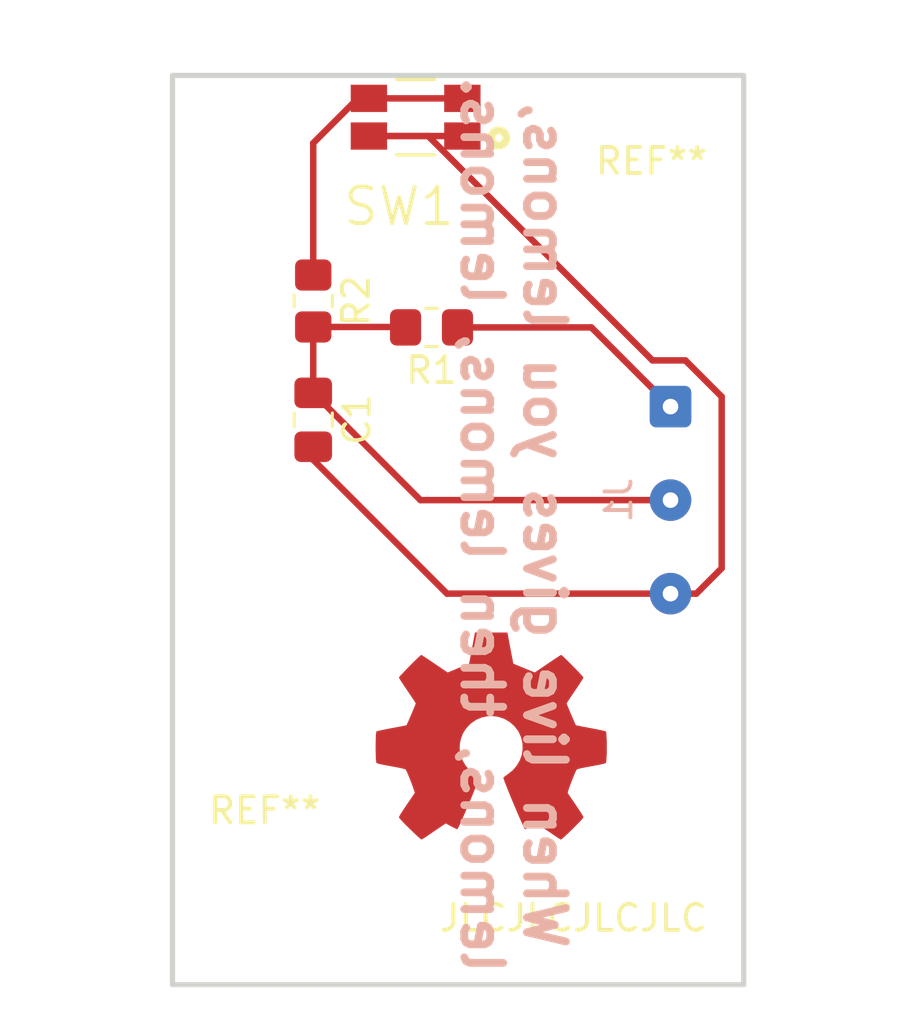
<source format=kicad_pcb>
(kicad_pcb (version 20211014) (generator pcbnew)
  (title_block (title "Pi Handheld - Left shoulder") (date "2022-05-15") (rev "Rev1-F") (comment 1 "https://github.com/cinnamondev/gamepithing"))
  (layers (0 "F.Cu" signal) (31 "B.Cu" signal) (34 "B.Paste" user) (35 "F.Paste" user) (36 "B.SilkS" user "B.Silkscreen") (37 "F.SilkS" user "F.Silkscreen") (38 "B.Mask" user) (39 "F.Mask" user) (44 "Edge.Cuts" user))
  (net 0 "")
  (net 1 "Net-(C1-Pad1)")
  (net 2 "Net-(R2-Pad1)")
  (net 3 "GND")
  (net 4 "/3v3")
  (footprint "Symbol:OSHW-Symbol_8.9x8mm_Copper" (layer "F.Cu") (at 47.879 72.009)
    (fp_text reference "REF**" hide)
    (fp_text value "OSHW-Symbol_8.9x8mm_Copper" hide)
    (fp_poly (pts (xy 0.746536 -3.399573) (xy 0.859118 -2.802382) (xy 1.274531 -2.631135) (xy 1.689945 -2.459888) (xy 2.188302 -2.798767) (xy 2.327869 -2.893123) (xy 2.454029 -2.97737) (xy 2.560896 -3.047662) (xy 2.642583 -3.100153) (xy 2.693202 -3.130996) (xy 2.706987 -3.137647) (xy 2.731821 -3.120542) (xy 2.784889 -3.073256) (xy 2.860241 -3.001828) (xy 2.95193 -2.9123) (xy 3.054008 -2.810711) (xy 3.160527 -2.703102) (xy 3.265537 -2.595513) (xy 3.363092 -2.493985) (xy 3.447243 -2.404559) (xy 3.512041 -2.333274) (xy 3.551538 -2.286172) (xy 3.560981 -2.270408) (xy 3.547392 -2.241347) (xy 3.509294 -2.177679) (xy 3.450694 -2.085633) (xy 3.375598 -1.971436) (xy 3.288009 -1.841316) (xy 3.237255 -1.767099) (xy 3.144746 -1.631578) (xy 3.062541 -1.509284) (xy 2.994631 -1.406305) (xy 2.945001 -1.328727) (xy 2.917641 -1.282639) (xy 2.91353 -1.272953) (xy 2.92285 -1.245426) (xy 2.948255 -1.181272) (xy 2.985912 -1.08951) (xy 3.031987 -0.979161) (xy 3.082647 -0.859245) (xy 3.13406 -0.738781) (xy 3.18239 -0.626791) (xy 3.223807 -0.532293) (xy 3.254475 -0.464308) (xy 3.270562 -0.431857) (xy 3.271512 -0.43058) (xy 3.296773 -0.424383) (xy 3.364046 -0.41056) (xy 3.466361 -0.390468) (xy 3.596742 -0.365466) (xy 3.748217 -0.336914) (xy 3.836594 -0.320449) (xy 3.998453 -0.289631) (xy 4.14465 -0.260306) (xy 4.267788 -0.234079) (xy 4.36047 -0.212554) (xy 4.415302 -0.197335) (xy 4.426324 -0.192507) (xy 4.437119 -0.159826) (xy 4.44583 -0.086015) (xy 4.452461 0.020292) (xy 4.457019 0.150467) (xy 4.45951 0.295876) (xy 4.459939 0.44789) (xy 4.458312 0.597877) (xy 4.454636 0.737206) (xy 4.448916 0.857245) (xy 4.441158 0.949365) (xy 4.431369 1.004932) (xy 4.425497 1.0165) (xy 4.3904 1.030365) (xy 4.316029 1.050188) (xy 4.212224 1.073639) (xy 4.08882 1.098391) (xy 4.045742 1.106398) (xy 3.838048 1.144441) (xy 3.673985 1.175079) (xy 3.548131 1.199529) (xy 3.455066 1.219009) (xy 3.389368 1.234736) (xy 3.345618 1.247928) (xy 3.318393 1.259804) (xy 3.302273 1.27158) (xy 3.300018 1.273908) (xy 3.277504 1.3114) (xy 3.243159 1.384365) (xy 3.200412 1.483867) (xy 3.152693 1.600973) (xy 3.103431 1.726748) (xy 3.056056 1.852257) (xy 3.013996 1.968565) (xy 2.980681 2.066739) (xy 2.959542 2.137843) (xy 2.954006 2.172942) (xy 2.954467 2.174172) (xy 2.973224 2.202861) (xy 3.015777 2.265985) (xy 3.077654 2.356973) (xy 3.154383 2.469255) (xy 3.241492 2.59626) (xy 3.266299 2.632353) (xy 3.354753 2.763203) (xy 3.432589 2.882591) (xy 3.495567 2.983662) (xy 3.539446 3.059559) (xy 3.559986 3.103427) (xy 3.560981 3.108817) (xy 3.543723 3.137144) (xy 3.496036 3.193261) (xy 3.424051 3.271137) (xy 3.333898 3.36474) (xy 3.231706 3.468041) (xy 3.123606 3.575006) (xy 3.015729 3.679606) (xy 2.914205 3.775809) (xy 2.825163 3.857584) (xy 2.754734 3.9189) (xy 2.709048 3.953726) (xy 2.69641 3.959412) (xy 2.666992 3.94602) (xy 2.606762 3.909899) (xy 2.52553 3.857136) (xy 2.463031 3.814667) (xy 2.349786 3.73674) (xy 2.215675 3.644984) (xy 2.081156 3.553375) (xy 2.008834 3.504346) (xy 1.764039 3.33877) (xy 1.558551 3.449875) (xy 1.464937 3.498548) (xy 1.385331 3.536381) (xy 1.331468 3.557958) (xy 1.317758 3.560961) (xy 1.301271 3.538793) (xy 1.268746 3.476149) (xy 1.222609 3.378809) (xy 1.165291 3.252549) (xy 1.099217 3.10315) (xy 1.026816 2.936388) (xy 0.950517 2.758042) (xy 0.872747 2.573891) (xy 0.795935 2.389712) (xy 0.722507 2.211285) (xy 0.654893 2.044387) (xy 0.595521 1.894797) (xy 0.546817 1.768293) (xy 0.511211 1.670654) (xy 0.491131 1.607657) (xy 0.487901 1.586021) (xy 0.513497 1.558424) (xy 0.569539 1.513625) (xy 0.644312 1.460934) (xy 0.650588 1.456765) (xy 0.843846 1.302069) (xy 0.999675 1.121591) (xy 1.116725 0.921102) (xy 1.193646 0.706374) (xy 1.229087 0.483177) (xy 1.221698 0.257281) (xy 1.170128 0.034459) (xy 1.073027 -0.179521) (xy 1.044459 -0.226336) (xy 0.895869 -0.415382) (xy 0.720328 -0.567188) (xy 0.523911 -0.680966) (xy 0.312694 -0.755925) (xy 0.092754 -0.791278) (xy -0.129836 -0.786233) (xy -0.348998 -0.740001) (xy -0.558657 -0.651794) (xy -0.752738 -0.520821) (xy -0.812773 -0.467663) (xy -0.965564 -0.301261) (xy -1.076902 -0.126088) (xy -1.153276 0.070266) (xy -1.195812 0.264717) (xy -1.206313 0.483342) (xy -1.171299 0.703052) (xy -1.094326 0.91642) (xy -0.978952 1.116022) (xy -0.828734 1.294429) (xy -0.647226 1.444217) (xy -0.623372 1.460006) (xy -0.547798 1.511712) (xy -0.490348 1.556512) (xy -0.462882 1.585117) (xy -0.462482 1.586021) (xy -0.468379 1.616964) (xy -0.491754 1.687191) (xy -0.530178 1.790925) (xy -0.581222 1.92239) (xy -0.642457 2.075807) (xy -0.711455 2.245401) (xy -0.785786 2.425393) (xy -0.863021 2.610008) (xy -0.940731 2.793468) (xy -1.016488 2.969996) (xy -1.087862 3.133814) (xy -1.152425 3.279147) (xy -1.207747 3.400217) (xy -1.251399 3.491247) (xy -1.280953 3.54646) (xy -1.292855 3.560961) (xy -1.329222 3.549669) (xy -1.397269 3.519385) (xy -1.485263 3.47552) (xy -1.533649 3.449875) (xy -1.739136 3.33877) (xy -1.983931 3.504346) (xy -2.108893 3.58917) (xy -2.245704 3.682516) (xy -2.373911 3.770408) (xy -2.438128 3.814667) (xy -2.528448 3.875318) (xy -2.604928 3.923381) (xy -2.657592 3.95277) (xy -2.674697 3.958982) (xy -2.699594 3.942223) (xy -2.754694 3.895436) (xy -2.834656 3.82348) (xy -2.934139 3.731212) (xy -3.047799 3.62349) (xy -3.119684 3.554326) (xy -3.245448 3.430757) (xy -3.354136 3.320234) (xy -3.441354 3.227485) (xy -3.50271 3.157237) (xy -3.533808 3.11422) (xy -3.536791 3.10549) (xy -3.522946 3.072284) (xy -3.484687 3.005142) (xy -3.426258 2.910863) (xy -3.351902 2.796245) (xy -3.265864 2.668083) (xy -3.241397 2.632353) (xy -3.152245 2.502489) (xy -3.072261 2.385569) (xy -3.005919 2.288162) (xy -2.957688 2.216839) (xy -2.932042 2.17817) (xy -2.929564 2.174172) (xy -2.93327 2.143355) (xy -2.952938 2.075599) (xy -2.985139 1.979839) (xy -3.026444 1.865009) (xy -3.073424 1.740044) (xy -3.12265 1.613879) (xy -3.170691 1.495448) (xy -3.214118 1.393685) (xy -3.249503 1.317526) (xy -3.273415 1.275904) (xy -3.275115 1.273908) (xy -3.289737 1.262013) (xy -3.314434 1.25025) (xy -3.354627 1.237401) (xy -3.415736 1.222249) (xy -3.503182 1.203576) (xy -3.622387 1.180165) (xy -3.778772 1.150797) (xy -3.977756 1.114255) (xy -4.020839 1.106398) (xy -4.148529 1.081727) (xy -4.259846 1.057593) (xy -4.344954 1.036324) (xy -4.394016 1.020248) (xy -4.400594 1.0165) (xy -4.411435 0.983273) (xy -4.420246 0.909021) (xy -4.427023 0.802376) (xy -4.431759 0.671967) (xy -4.434449 0.526427) (xy -4.435086 0.374386) (xy -4.433665 0.224476) (xy -4.430179 0.085328) (xy -4.424623 -0.034428) (xy -4.416991 -0.126159) (xy -4.407277 -0.181234) (xy -4.401421 -0.192507) (xy -4.368819 -0.203877) (xy -4.294581 -0.222376) (xy -4.186103 -0.246398) (xy -4.050782 -0.274338) (xy -3.896014 -0.304592) (xy -3.811692 -0.320449) (xy -3.651703 -0.350356) (xy -3.509032 -0.37745) (xy -3.390651 -0.400369) (xy -3.303534 -0.417757) (xy -3.254654 -0.428253) (xy -3.246609 -0.43058) (xy -3.233012 -0.456814) (xy -3.20427 -0.520005) (xy -3.164214 -0.611123) (xy -3.116675 -0.721143) (xy -3.065484 -0.841035) (xy -3.014473 -0.961773) (xy -2.967473 -1.074329) (xy -2.928315 -1.169674) (xy -2.90083 -1.238783) (xy -2.88885 -1.272626) (xy -2.888627 -1.274105) (xy -2.902208 -1.300803) (xy -2.940284 -1.36224) (xy -2.998852 -1.452311) (xy -3.073911 -1.56491) (xy -3.161459 -1.69393) (xy -3.212352 -1.768039) (xy -3.30509 -1.903923) (xy -3.387458 -2.027291) (xy -3.455438 -2.131903) (xy -3.505011 -2.211517) (xy -3.532157 -2.259893) (xy -3.536078 -2.270738) (xy -3.519224 -2.29598) (xy -3.472631 -2.349876) (xy -3.402251 -2.426387) (xy -3.314034 -2.519477) (xy -3.213934 -2.623105) (xy -3.107901 -2.731236) (xy -3.001888 -2.83783) (xy -2.901847 -2.93685) (xy -2.813729 -3.022258) (xy -2.743486 -3.088015) (xy -2.697071 -3.128084) (xy -2.681543 -3.137647) (xy -2.65626 -3.1242) (xy -2.595788 -3.086425) (xy -2.506007 -3.028165) (xy -2.392796 -2.953266) (xy -2.262036 -2.865575) (xy -2.1634 -2.798767) (xy -1.665042 -2.459888) (xy -1.249629 -2.631135) (xy -0.834215 -2.802382) (xy -0.721633 -3.399573) (xy -0.60905 -3.996765) (xy 0.633953 -3.996765) (xy 0.746536 -3.399573)) (layer "F.Cu") (width 0.01) (fill solid))
  )
  (footprint "pretty:SW_EVQ-P7J01P" (layer "F.Cu") (at 44.980791 48.17 180)
    (fp_text reference "SW1" (at 0.635745 -3.432945) (layer "F.SilkS") (effects (font (size 1.401614 1.401614))))
    (fp_text value "SW_SPST")
    (fp_line (start -0.734 -1.45) (end 0.734 -1.45) (layer "F.SilkS") (width 0.127))
    (fp_line (start 0.734 1.45) (end -0.734 1.45) (layer "F.SilkS") (width 0.127))
    (fp_circle (center -3.2 -0.8) (end -3.058581 -0.8) (layer "F.SilkS") (width 0.3) (fill none))
    (pad "1_1" smd rect (at -1.8 -0.725 180) (size 1.4 1.05) (layers "F.Cu" "F.Paste" "F.Mask") (net 3 "GND"))
    (pad "1_2" smd rect (at 1.8 -0.725 180) (size 1.4 1.05) (layers "F.Cu" "F.Paste" "F.Mask") (net 3 "GND"))
    (pad "2_1" smd rect (at -1.8 0.725 180) (size 1.4 1.05) (layers "F.Cu" "F.Paste" "F.Mask") (net 2 "Net-(R2-Pad1)"))
    (pad "2_2" smd rect (at 1.8 0.725 180) (size 1.4 1.05) (layers "F.Cu" "F.Paste" "F.Mask") (net 2 "Net-(R2-Pad1)"))
  )
  (footprint "Capacitor_SMD:C_0805_2012Metric_Pad1.18x1.45mm_HandSolder" (layer "F.Cu") (at 41.037 59.817 -90)
    (fp_text reference "C1" (at 0 -1.68 90) (layer "F.SilkS"))
    (fp_text value "100n")
    (fp_line (start -0.261252 0.735) (end 0.261252 0.735) (layer "F.SilkS") (width 0.12))
    (fp_line (start -0.261252 -0.735) (end 0.261252 -0.735) (layer "F.SilkS") (width 0.12))
    (pad "1" smd roundrect (at -1.0375 0 270) (size 1.175 1.45) (layers "F.Cu" "F.Paste" "F.Mask") (roundrect_rratio 0.2127659574) (net 1 "Net-(C1-Pad1)"))
    (pad "2" smd roundrect (at 1.0375 0 270) (size 1.175 1.45) (layers "F.Cu" "F.Paste" "F.Mask") (roundrect_rratio 0.2127659574) (net 3 "GND"))
  )
  (footprint "MountingHole:MountingHole_2.7mm_M2.5" (layer "F.Cu") (at 54.066001 53.562001)
    (fp_text reference "REF**" (at 0 -3.7) (layer "F.SilkS"))
    (fp_text value "MountingHole_2.7mm_M2.5")
    (pad "" np_thru_hole circle (at 0 0) (size 2.7 2.7) (drill 2.7) (layers *.Cu *.Mask))
  )
  (footprint "Resistor_SMD:R_0805_2012Metric_Pad1.20x1.40mm_HandSolder" (layer "F.Cu") (at 41.037 55.245 -90)
    (fp_text reference "R2" (at 0 -1.65 90) (layer "F.SilkS"))
    (fp_text value "1k")
    (fp_line (start -0.227064 0.735) (end 0.227064 0.735) (layer "F.SilkS") (width 0.12))
    (fp_line (start -0.227064 -0.735) (end 0.227064 -0.735) (layer "F.SilkS") (width 0.12))
    (pad "1" smd roundrect (at -1 0 270) (size 1.2 1.4) (layers "F.Cu" "F.Paste" "F.Mask") (roundrect_rratio 0.2083333333) (net 2 "Net-(R2-Pad1)"))
    (pad "2" smd roundrect (at 1 0 270) (size 1.2 1.4) (layers "F.Cu" "F.Paste" "F.Mask") (roundrect_rratio 0.2083333333) (net 1 "Net-(C1-Pad1)"))
  )
  (footprint "Resistor_SMD:R_0805_2012Metric_Pad1.20x1.40mm_HandSolder" (layer "F.Cu") (at 45.593 56.261 180)
    (fp_text reference "R1" (at 0 -1.65) (layer "F.SilkS"))
    (fp_text value "10k")
    (fp_line (start -0.227064 -0.735) (end 0.227064 -0.735) (layer "F.SilkS") (width 0.12))
    (fp_line (start -0.227064 0.735) (end 0.227064 0.735) (layer "F.SilkS") (width 0.12))
    (pad "1" smd roundrect (at -1 0 180) (size 1.2 1.4) (layers "F.Cu" "F.Paste" "F.Mask") (roundrect_rratio 0.2083333333) (net 4 "/3v3"))
    (pad "2" smd roundrect (at 1 0 180) (size 1.2 1.4) (layers "F.Cu" "F.Paste" "F.Mask") (roundrect_rratio 0.2083333333) (net 1 "Net-(C1-Pad1)"))
  )
  (footprint "MountingHole:MountingHole_2.7mm_M2.5" (layer "F.Cu") (at 39.169001 78.556001)
    (fp_text reference "REF**" (at 0 -3.7) (layer "F.SilkS"))
    (fp_text value "MountingHole_2.7mm_M2.5")
    (pad "" np_thru_hole circle (at 0 0) (size 2.7 2.7) (drill 2.7) (layers *.Cu *.Mask))
  )
  (footprint "Connector_Wire:SolderWire-0.1sqmm_1x03_P3.6mm_D0.4mm_OD1mm" (layer "B.Cu") (at 54.798 59.309 -90)
    (fp_text reference "J1" (at 3.6 2 90) (layer "B.SilkS") (effects (justify mirror)))
    (fp_text value "Conn_01x03_Female")
    (pad "1" thru_hole roundrect (at 0 0 270) (size 1.6 1.6) (drill 0.6) (layers *.Cu *.Mask) (roundrect_rratio 0.15625) (net 4 "/3v3"))
    (pad "2" thru_hole circle (at 3.6 0 270) (size 1.6 1.6) (drill 0.6) (layers *.Cu *.Mask) (net 1 "Net-(C1-Pad1)"))
    (pad "3" thru_hole circle (at 7.2 0 270) (size 1.6 1.6) (drill 0.6) (layers *.Cu *.Mask) (net 3 "GND"))
  )
  (gr_line (start 57.615988 46.56201) (end 35.616007 46.56201) (layer "Edge.Cuts") (width 0.2))
  (gr_line (start 35.616007 46.56201) (end 35.616007 81.561991) (layer "Edge.Cuts") (width 0.2))
  (gr_line (start 57.615988 81.561991) (end 57.615988 46.56201) (layer "Edge.Cuts") (width 0.2))
  (gr_line (start 35.616007 81.561991) (end 57.615988 81.561991) (layer "Edge.Cuts") (width 0.2))
  (gr_text "When live gives you lemons,\nlemons, then lemons, lemons." (at 48.739 63.864 -90) (layer "B.SilkS") (effects (font (size 1.5 1.5) (thickness 0.3)) (justify mirror)))
  (gr_text "JLCJLCJLCJLC\n" (at 51.054 78.994) (layer "F.SilkS") (effects (font (size 1 1))))
  (segment (start 41.037 56.245) (end 44.577 56.245) (width 0.25) (layer "F.Cu") (net 1))
  (segment (start 44.577 56.245) (end 44.593 56.261) (width 0.25) (layer "F.Cu") (net 1))
  (segment (start 45.1665 62.909) (end 41.037 58.7795) (width 0.25) (layer "F.Cu") (net 1))
  (segment (start 41.037 56.245) (end 41.037 58.7795) (width 0.25) (layer "F.Cu") (net 1))
  (segment (start 54.798 62.909) (end 45.1665 62.909) (width 0.25) (layer "F.Cu") (net 1))
  (segment (start 42.756769 47.445) (end 41.037 49.164769) (width 0.25) (layer "F.Cu") (net 2))
  (segment (start 46.780791 47.445) (end 42.756769 47.445) (width 0.25) (layer "F.Cu") (net 2))
  (segment (start 41.037 49.164769) (end 41.037 54.245) (width 0.25) (layer "F.Cu") (net 2))
  (segment (start 46.189 66.509) (end 41.037 61.357) (width 0.25) (layer "F.Cu") (net 3))
  (segment (start 54.798 66.509) (end 46.189 66.509) (width 0.25) (layer "F.Cu") (net 3))
  (segment (start 41.037 61.3205) (end 41.037 60.8545) (width 0.25) (layer "F.Cu") (net 3))
  (segment (start 56.769 65.532) (end 55.792 66.509) (width 0.25) (layer "F.Cu") (net 3))
  (segment (start 55.792 66.509) (end 54.798 66.509) (width 0.25) (layer "F.Cu") (net 3))
  (segment (start 43.180791 48.895) (end 45.466 48.895) (width 0.25) (layer "F.Cu") (net 3))
  (segment (start 45.466 48.895) (end 54.102 57.531) (width 0.25) (layer "F.Cu") (net 3))
  (segment (start 43.180791 48.895) (end 46.780791 48.895) (width 0.25) (layer "F.Cu") (net 3))
  (segment (start 54.102 57.531) (end 55.372 57.531) (width 0.25) (layer "F.Cu") (net 3))
  (segment (start 41.037 61.357) (end 41.037 60.8545) (width 0.25) (layer "F.Cu") (net 3))
  (segment (start 56.769 58.928) (end 56.769 65.532) (width 0.25) (layer "F.Cu") (net 3))
  (segment (start 55.372 57.531) (end 56.769 58.928) (width 0.25) (layer "F.Cu") (net 3))
  (segment (start 46.593 56.261) (end 51.75 56.261) (width 0.25) (layer "F.Cu") (net 4))
  (segment (start 51.75 56.261) (end 54.798 59.309) (width 0.25) (layer "F.Cu") (net 4))
)
</source>
